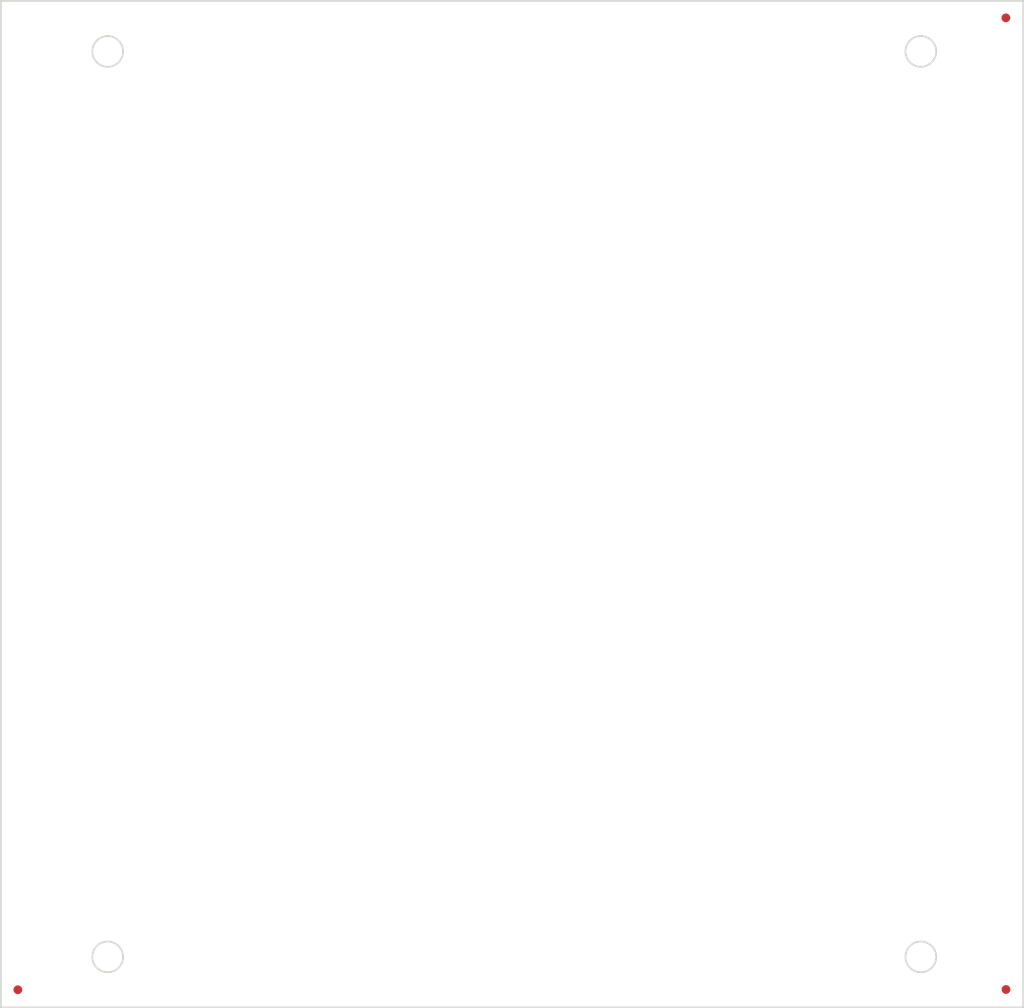
<source format=kicad_pcb>
(kicad_pcb (version 20210424) (generator pcbnew)
  (layers (0 "F.Cu" signal) (31 "B.Cu" signal) (34 "B.Paste" user) (35 "F.Paste" user) (36 "B.SilkS" user "B.Silkscreen") (37 "F.SilkS" user "F.Silkscreen") (38 "B.Mask" user) (39 "F.Mask" user) (44 "Edge.Cuts" user))
  (net 0 "")
  (footprint "vanalles:Fiducial_1mm_Mask3mm" (layer "F.Cu") (at 205.208748 36.682116)
    (fp_text reference "REF**" hide)
    (fp_text value "Fiducial_1mm_Mask3mm" hide)
    (pad "" smd circle (at 0 0) (size 1 1) (layers "F.Cu" "F.Mask") (clearance 1))
  )
  (footprint "vanalles:Fiducial_1mm_Mask3mm" (layer "F.Cu") (at 205.228748 147.212116)
    (fp_text reference "REF**" hide)
    (fp_text value "Fiducial_1mm_Mask3mm" hide)
    (pad "" smd circle (at 0 0) (size 1 1) (layers "F.Cu" "F.Mask") (clearance 1))
  )
  (footprint "vanalles:Fiducial_1mm_Mask3mm" (layer "F.Cu") (at 92.818748 147.242116)
    (fp_text reference "REF**" hide)
    (fp_text value "Fiducial_1mm_Mask3mm" hide)
    (pad "" smd circle (at 0 0) (size 1 1) (layers "F.Cu" "F.Mask") (clearance 1))
  )
  (gr_circle (center 103.038748 40.502116) (end 104.788748 40.502116) (layer "Edge.Cuts") (width 0.2) (fill none))
  (gr_circle (center 195.538747 143.502116) (end 197.288747 143.502116) (layer "Edge.Cuts") (width 0.2) (fill none))
  (gr_line (start 90.888747 149.252116) (end 207.188747 149.252116) (layer "Edge.Cuts") (width 0.2))
  (gr_line (start 90.888747 34.752116) (end 90.888747 149.252116) (layer "Edge.Cuts") (width 0.2))
  (gr_line (start 207.188747 149.252116) (end 207.188747 34.752116) (layer "Edge.Cuts") (width 0.2))
  (gr_circle (center 195.538747 40.502116) (end 197.288747 40.502116) (layer "Edge.Cuts") (width 0.2) (fill none))
  (gr_line (start 207.188747 34.752116) (end 90.888747 34.752116) (layer "Edge.Cuts") (width 0.2))
  (gr_circle (center 103.038748 143.502116) (end 104.788748 143.502116) (layer "Edge.Cuts") (width 0.2) (fill none))
)
</source>
